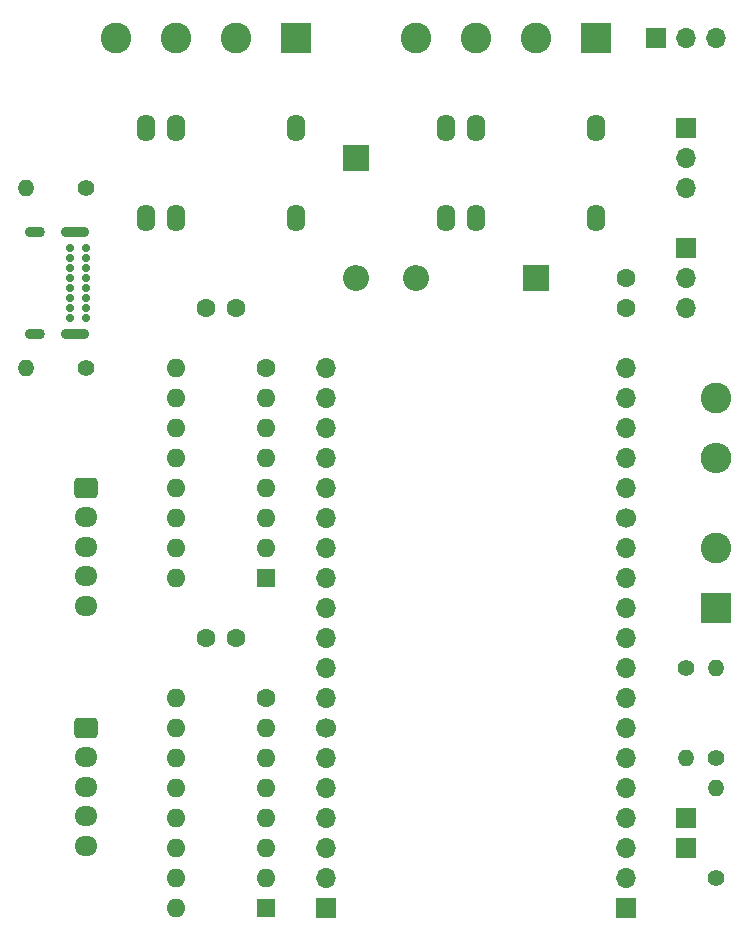
<source format=gts>
G04 #@! TF.GenerationSoftware,KiCad,Pcbnew,(6.0.4)*
G04 #@! TF.CreationDate,2023-04-21T08:00:34+02:00*
G04 #@! TF.ProjectId,XRTL_PCB,5852544c-5f50-4434-922e-6b696361645f,1.0*
G04 #@! TF.SameCoordinates,Original*
G04 #@! TF.FileFunction,Soldermask,Top*
G04 #@! TF.FilePolarity,Negative*
%FSLAX46Y46*%
G04 Gerber Fmt 4.6, Leading zero omitted, Abs format (unit mm)*
G04 Created by KiCad (PCBNEW (6.0.4)) date 2023-04-21 08:00:34*
%MOMM*%
%LPD*%
G01*
G04 APERTURE LIST*
G04 Aperture macros list*
%AMRoundRect*
0 Rectangle with rounded corners*
0 $1 Rounding radius*
0 $2 $3 $4 $5 $6 $7 $8 $9 X,Y pos of 4 corners*
0 Add a 4 corners polygon primitive as box body*
4,1,4,$2,$3,$4,$5,$6,$7,$8,$9,$2,$3,0*
0 Add four circle primitives for the rounded corners*
1,1,$1+$1,$2,$3*
1,1,$1+$1,$4,$5*
1,1,$1+$1,$6,$7*
1,1,$1+$1,$8,$9*
0 Add four rect primitives between the rounded corners*
20,1,$1+$1,$2,$3,$4,$5,0*
20,1,$1+$1,$4,$5,$6,$7,0*
20,1,$1+$1,$6,$7,$8,$9,0*
20,1,$1+$1,$8,$9,$2,$3,0*%
%AMHorizOval*
0 Thick line with rounded ends*
0 $1 width*
0 $2 $3 position (X,Y) of the first rounded end (center of the circle)*
0 $4 $5 position (X,Y) of the second rounded end (center of the circle)*
0 Add line between two ends*
20,1,$1,$2,$3,$4,$5,0*
0 Add two circle primitives to create the rounded ends*
1,1,$1,$2,$3*
1,1,$1,$4,$5*%
G04 Aperture macros list end*
%ADD10R,2.600000X2.600000*%
%ADD11C,2.600000*%
%ADD12C,1.400000*%
%ADD13O,1.400000X1.400000*%
%ADD14R,1.700000X1.700000*%
%ADD15C,1.600000*%
%ADD16O,1.600000X2.300000*%
%ADD17R,1.600000X1.600000*%
%ADD18O,1.600000X1.600000*%
%ADD19HorizOval,1.600000X0.000000X0.000000X0.000000X0.000000X0*%
%ADD20O,1.700000X1.700000*%
%ADD21HorizOval,1.700000X0.000000X0.000000X0.000000X0.000000X0*%
%ADD22RoundRect,0.250000X-0.725000X0.600000X-0.725000X-0.600000X0.725000X-0.600000X0.725000X0.600000X0*%
%ADD23O,1.950000X1.700000*%
%ADD24R,2.200000X2.200000*%
%ADD25O,2.200000X2.200000*%
%ADD26O,2.600000X2.600000*%
%ADD27C,0.700000*%
%ADD28O,1.700000X0.900000*%
%ADD29O,2.400000X0.900000*%
G04 APERTURE END LIST*
D10*
X124460000Y-53340000D03*
D11*
X119380000Y-53340000D03*
X114300000Y-53340000D03*
X109220000Y-53340000D03*
D12*
X81280000Y-81280000D03*
D13*
X76200000Y-81280000D03*
D14*
X132080000Y-121920000D03*
D15*
X127000000Y-76200000D03*
X127000000Y-73700000D03*
D16*
X99060000Y-60960000D03*
X88900000Y-60960000D03*
X86360000Y-60960000D03*
X86360000Y-68580000D03*
X88900000Y-68580000D03*
X99060000Y-68580000D03*
X124460000Y-60960000D03*
X114300000Y-60960000D03*
X111760000Y-60960000D03*
X111760000Y-68580000D03*
X114300000Y-68580000D03*
X124460000Y-68580000D03*
D17*
X96520000Y-99060000D03*
D18*
X96520000Y-96520000D03*
X96520000Y-93980000D03*
X96520000Y-91440000D03*
X96520000Y-88900000D03*
X96520000Y-86360000D03*
X96520000Y-83820000D03*
D19*
X96520000Y-81280000D03*
D18*
X88900000Y-81280000D03*
X88900000Y-83820000D03*
X88900000Y-86360000D03*
X88900000Y-88900000D03*
X88900000Y-91440000D03*
X88900000Y-93980000D03*
X88900000Y-96520000D03*
X88900000Y-99060000D03*
D14*
X127000000Y-127000000D03*
D20*
X127000000Y-124460000D03*
X127000000Y-121920000D03*
X127000000Y-119380000D03*
X127000000Y-116840000D03*
X127000000Y-114300000D03*
X127000000Y-111760000D03*
X127000000Y-109220000D03*
X127000000Y-106680000D03*
X127000000Y-104140000D03*
X127000000Y-101600000D03*
X127000000Y-99060000D03*
X127000000Y-96520000D03*
D21*
X127000000Y-93980000D03*
D20*
X127000000Y-91440000D03*
X127000000Y-88900000D03*
X127000000Y-86360000D03*
X127000000Y-83820000D03*
X127000000Y-81280000D03*
D12*
X132080000Y-106680000D03*
D13*
X132080000Y-114300000D03*
D15*
X91440000Y-76200000D03*
X93940000Y-76200000D03*
D12*
X81280000Y-66040000D03*
D13*
X76200000Y-66040000D03*
D17*
X96520000Y-127000000D03*
D18*
X96520000Y-124460000D03*
X96520000Y-121920000D03*
X96520000Y-119380000D03*
X96520000Y-116840000D03*
X96520000Y-114300000D03*
X96520000Y-111760000D03*
D19*
X96520000Y-109220000D03*
D18*
X88900000Y-109220000D03*
X88900000Y-111760000D03*
X88900000Y-114300000D03*
X88900000Y-116840000D03*
X88900000Y-119380000D03*
X88900000Y-121920000D03*
X88900000Y-124460000D03*
X88900000Y-127000000D03*
D22*
X81280000Y-111760000D03*
D23*
X81280000Y-114260000D03*
X81280000Y-116760000D03*
X81280000Y-119260000D03*
X81280000Y-121760000D03*
D12*
X134620000Y-124460000D03*
D13*
X134620000Y-116840000D03*
D14*
X101600000Y-127000000D03*
D20*
X101600000Y-124460000D03*
X101600000Y-121920000D03*
X101600000Y-119380000D03*
X101600000Y-116840000D03*
X101600000Y-114300000D03*
D21*
X101600000Y-111760000D03*
D20*
X101600000Y-109220000D03*
X101600000Y-106680000D03*
X101600000Y-104140000D03*
X101600000Y-101600000D03*
X101600000Y-99060000D03*
X101600000Y-96520000D03*
X101600000Y-93980000D03*
X101600000Y-91440000D03*
X101600000Y-88900000D03*
X101600000Y-86360000D03*
X101600000Y-83820000D03*
X101600000Y-81280000D03*
D14*
X132080000Y-60960000D03*
D20*
X132080000Y-63500000D03*
X132080000Y-66040000D03*
D24*
X119380000Y-73660000D03*
D25*
X109220000Y-73660000D03*
D22*
X81280000Y-91440000D03*
D23*
X81280000Y-93940000D03*
X81280000Y-96440000D03*
X81280000Y-98940000D03*
X81280000Y-101440000D03*
D14*
X132080000Y-119380000D03*
D15*
X91440000Y-104140000D03*
X93940000Y-104140000D03*
D26*
X134620000Y-88900000D03*
D11*
X134620000Y-83820000D03*
D24*
X104140000Y-63500000D03*
D25*
X104140000Y-73660000D03*
D10*
X134620000Y-101600000D03*
D11*
X134620000Y-96520000D03*
D14*
X132080000Y-71120000D03*
D20*
X132080000Y-73660000D03*
X132080000Y-76200000D03*
D14*
X129540000Y-53340000D03*
D20*
X132080000Y-53340000D03*
X134620000Y-53340000D03*
D10*
X99060000Y-53340000D03*
D11*
X93980000Y-53340000D03*
X88900000Y-53340000D03*
X83820000Y-53340000D03*
D27*
X81280000Y-71120000D03*
X81280000Y-71970000D03*
X81280000Y-72820000D03*
X81280000Y-73670000D03*
X81280000Y-74520000D03*
X81280000Y-75370000D03*
X81280000Y-76220000D03*
X81280000Y-77070000D03*
X79930000Y-77070000D03*
X79930000Y-76220000D03*
X79930000Y-75370000D03*
X79930000Y-74520000D03*
X79930000Y-73670000D03*
X79930000Y-72820000D03*
X79930000Y-71970000D03*
X79930000Y-71120000D03*
D28*
X76920000Y-78420000D03*
D29*
X80300000Y-78420000D03*
X80300000Y-69770000D03*
D28*
X76920000Y-69770000D03*
D12*
X134620000Y-114300000D03*
D13*
X134620000Y-106680000D03*
M02*

</source>
